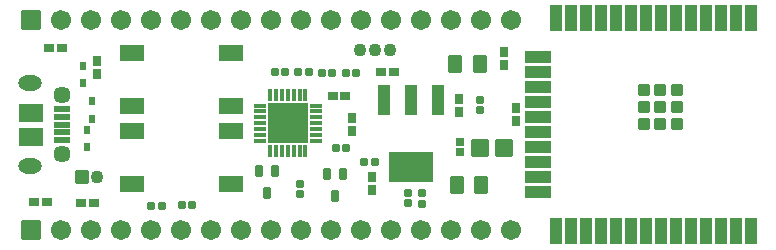
<source format=gts>
G04 Layer: TopSolderMaskLayer*
G04 EasyEDA v6.5.42, 2024-04-08 08:38:15*
G04 e5b43dc0649c40c7af9ec927a61642e9,25835901624346e3b29966769a4e042a,10*
G04 Gerber Generator version 0.2*
G04 Scale: 100 percent, Rotated: No, Reflected: No *
G04 Dimensions in inches *
G04 leading zeros omitted , absolute positions ,3 integer and 6 decimal *
%FSLAX36Y36*%
%MOIN*%

%AMMACRO1*1,1,$1,$2,$3*1,1,$1,$4,$5*1,1,$1,0-$2,0-$3*1,1,$1,0-$4,0-$5*20,1,$1,$2,$3,$4,$5,0*20,1,$1,$4,$5,0-$2,0-$3,0*20,1,$1,0-$2,0-$3,0-$4,0-$5,0*20,1,$1,0-$4,0-$5,$2,$3,0*4,1,4,$2,$3,$4,$5,0-$2,0-$3,0-$4,0-$5,$2,$3,0*%
%ADD10MACRO1,0.004X-0.0315X-0.0315X0.0315X-0.0315*%
%ADD11C,0.0670*%
%ADD12MACRO1,0.004X0.0103X-0.0181X-0.0103X-0.0181*%
%ADD13MACRO1,0.004X0.0156X0.0106X0.0156X-0.0106*%
%ADD14MACRO1,0.004X-0.0156X0.0106X-0.0156X-0.0106*%
%ADD15MACRO1,0.004X-0.0106X0.0156X0.0106X0.0156*%
%ADD16MACRO1,0.004X-0.0106X-0.0156X0.0106X-0.0156*%
%ADD17MACRO1,0.004X-0.0156X-0.0106X-0.0156X0.0106*%
%ADD18MACRO1,0.004X0.0156X-0.0106X0.0156X0.0106*%
%ADD19R,0.0253X0.0351*%
%ADD20MACRO1,0.004X0.0278X0.0266X0.0278X-0.0266*%
%ADD21MACRO1,0.004X-0.0278X0.0266X-0.0278X-0.0266*%
%ADD22MACRO1,0.004X0.0079X0.0118X0.0079X-0.0118*%
%ADD23R,0.0197X0.0276*%
%ADD24C,0.0434*%
%ADD25MACRO1,0.004X0.0256X0.0079X0.0256X-0.0079*%
%ADD26MACRO1,0.004X0.0374X0.0295X0.0374X-0.0295*%
%ADD27C,0.0572*%
%ADD28O,0.078803X0.05124000000000001*%
%ADD29MACRO1,0.004X-0.0197X0.0197X0.0197X0.0197*%
%ADD30MACRO1,0.004X-0.0197X-0.0275X0.0197X-0.0275*%
%ADD31MACRO1,0.004X0.0197X-0.0275X-0.0197X-0.0275*%
%ADD32MACRO1,0.004X-0.0197X-0.0276X0.0197X-0.0276*%
%ADD33MACRO1,0.004X0.0197X-0.0276X-0.0197X-0.0276*%
%ADD34MACRO1,0.004X-0.0106X0.0111X0.0106X0.0111*%
%ADD35MACRO1,0.004X-0.0106X-0.0111X0.0106X-0.0111*%
%ADD36R,0.0253X0.0263*%
%ADD37MACRO1,0.004X0.0111X0.0106X0.0111X-0.0106*%
%ADD38MACRO1,0.004X-0.0111X0.0106X-0.0111X-0.0106*%
%ADD39MACRO1,0.004X-0.0111X-0.0106X-0.0111X0.0106*%
%ADD40MACRO1,0.004X0.0111X-0.0106X0.0111X0.0106*%
%ADD41R,0.0426X0.1012*%
%ADD42R,0.1457X0.1012*%
%ADD43MACRO1,0.004X0.0178X-0.0055X-0.0178X-0.0055*%
%ADD44MACRO1,0.004X0.0055X-0.0178X-0.0055X-0.0178*%
%ADD45MACRO1,0.004X0.0659X-0.0659X-0.0659X-0.0659*%
%ADD46MACRO1,0.004X0.0187X-0.0413X-0.0187X-0.0413*%
%ADD47MACRO1,0.004X0.0413X-0.0187X-0.0413X-0.0187*%
%ADD48MACRO1,0.004X-0.0177X0.0177X0.0177X0.0177*%
%ADD49MACRO1,0.004X0.0374X-0.0256X-0.0374X-0.0256*%
%ADD50MACRO1,0.004X-0.0374X0.0256X0.0374X0.0256*%
%ADD51C,0.0180*%

%LPD*%
D10*
G01*
X1055000Y950000D03*
D11*
G01*
X1155000Y950000D03*
G01*
X1255000Y950000D03*
G01*
X1355000Y950000D03*
G01*
X1455000Y950000D03*
G01*
X1555000Y950000D03*
G01*
X1655000Y950000D03*
G01*
X1755000Y950000D03*
G01*
X1855000Y950000D03*
G01*
X1955000Y950000D03*
G01*
X2055000Y950000D03*
G01*
X2155000Y950000D03*
G01*
X2255000Y950000D03*
G01*
X2355000Y950000D03*
G01*
X2455000Y950000D03*
G01*
X2555000Y950000D03*
G01*
X2655000Y950000D03*
D10*
G01*
X1055000Y250000D03*
D11*
G01*
X1155000Y250000D03*
G01*
X1255000Y250000D03*
G01*
X1355000Y250000D03*
G01*
X1455000Y250000D03*
G01*
X1555000Y250000D03*
G01*
X1655000Y250000D03*
G01*
X1755000Y250000D03*
G01*
X1855000Y250000D03*
G01*
X1955000Y250000D03*
G01*
X2055000Y250000D03*
G01*
X2155000Y250000D03*
G01*
X2255000Y250000D03*
G01*
X2355000Y250000D03*
G01*
X2455000Y250000D03*
G01*
X2555000Y250000D03*
G01*
X2655000Y250000D03*
D12*
G01*
X2092589Y436401D03*
G01*
X2041410Y436401D03*
G01*
X2067000Y361598D03*
G01*
X1865890Y447071D03*
G01*
X1814710Y447071D03*
G01*
X1840300Y372268D03*
D13*
G01*
X2221503Y774351D03*
D14*
G01*
X2264421Y774351D03*
D15*
G01*
X2480000Y643541D03*
D16*
G01*
X2480000Y686458D03*
D13*
G01*
X2059281Y697343D03*
D14*
G01*
X2102199Y697343D03*
D15*
G01*
X2123000Y580540D03*
D16*
G01*
X2123000Y623458D03*
D15*
G01*
X1275554Y768661D03*
D16*
G01*
X1275554Y811579D03*
D13*
G01*
X1062984Y341232D03*
D14*
G01*
X1105902Y341232D03*
D17*
G01*
X1157569Y854194D03*
D18*
G01*
X1114651Y854194D03*
D15*
G01*
X2670000Y613541D03*
D16*
G01*
X2670000Y656458D03*
D19*
G01*
X2190559Y424360D03*
G01*
X2190559Y381439D03*
G01*
X2631000Y841460D03*
G01*
X2631000Y798539D03*
D17*
G01*
X1264236Y339936D03*
D18*
G01*
X1221318Y339936D03*
D20*
G01*
X2552107Y522324D03*
D21*
G01*
X2630850Y522324D03*
D22*
G01*
X1226984Y796814D03*
D23*
G01*
X1226980Y737759D03*
D22*
G01*
X1256999Y677524D03*
D23*
G01*
X1256999Y618470D03*
G01*
X1241000Y524470D03*
D22*
G01*
X1240999Y583525D03*
D24*
G01*
X2152240Y847970D03*
G01*
X2202240Y847970D03*
G01*
X2252240Y847970D03*
D25*
G01*
X1157356Y548800D03*
G01*
X1157356Y574400D03*
G01*
X1157357Y600000D03*
G01*
X1157356Y625599D03*
G01*
X1157356Y651180D03*
D26*
G01*
X1054602Y560629D03*
G01*
X1054611Y639371D03*
D27*
G01*
X1158149Y698420D03*
G01*
X1158149Y501570D03*
D28*
G01*
X1051859Y462199D03*
G01*
X1051859Y737800D03*
D29*
G01*
X1223055Y425715D03*
D24*
G01*
X1273059Y425709D03*
D30*
G01*
X2466662Y800914D03*
D31*
G01*
X2549363Y800914D03*
D32*
G01*
X2472959Y399618D03*
D33*
G01*
X2555658Y399618D03*
D34*
G01*
X2550000Y647959D03*
D35*
G01*
X2550000Y682040D03*
D36*
G01*
X2483289Y543040D03*
G01*
X2483289Y508960D03*
D37*
G01*
X1945227Y774380D03*
D38*
G01*
X1979308Y774380D03*
D39*
G01*
X1489308Y329194D03*
D40*
G01*
X1455227Y329194D03*
D39*
G01*
X1590974Y331232D03*
D40*
G01*
X1556893Y331232D03*
D39*
G01*
X2105048Y524010D03*
D40*
G01*
X2070967Y524010D03*
D37*
G01*
X2022634Y773453D03*
D38*
G01*
X2056715Y773453D03*
D39*
G01*
X1901345Y774936D03*
D40*
G01*
X1867264Y774936D03*
D34*
G01*
X1950000Y367959D03*
D35*
G01*
X1950000Y402040D03*
D37*
G01*
X2102634Y774010D03*
D38*
G01*
X2136715Y774010D03*
D37*
G01*
X2165412Y476416D03*
D38*
G01*
X2199493Y476416D03*
D34*
G01*
X2357453Y337154D03*
D35*
G01*
X2357453Y371235D03*
D34*
G01*
X2311527Y337524D03*
D35*
G01*
X2311527Y371605D03*
D41*
G01*
X2410550Y681610D03*
G01*
X2320000Y681610D03*
G01*
X2229449Y681610D03*
D42*
G01*
X2320000Y458389D03*
D43*
G01*
X2003599Y545950D03*
G01*
X2003599Y565630D03*
G01*
X2003599Y585319D03*
G01*
X2003599Y605000D03*
G01*
X2003599Y624690D03*
G01*
X2003599Y644369D03*
G01*
X2003599Y664059D03*
D44*
G01*
X1969049Y698600D03*
G01*
X1949369Y698600D03*
G01*
X1929679Y698600D03*
G01*
X1910000Y698600D03*
G01*
X1890309Y698600D03*
G01*
X1870630Y698600D03*
G01*
X1850940Y698600D03*
D43*
G01*
X1816400Y664059D03*
G01*
X1816400Y644369D03*
G01*
X1816400Y624690D03*
G01*
X1816400Y605000D03*
G01*
X1816400Y585319D03*
G01*
X1816400Y565630D03*
G01*
X1816400Y545950D03*
D44*
G01*
X1850940Y511399D03*
G01*
X1870630Y511399D03*
G01*
X1890309Y511399D03*
G01*
X1910000Y511399D03*
G01*
X1929679Y511399D03*
G01*
X1949369Y511399D03*
G01*
X1969049Y511399D03*
D45*
G01*
X1910000Y605000D03*
D46*
G01*
X3454431Y954332D03*
G01*
X3404431Y954332D03*
G01*
X3354431Y954332D03*
G01*
X3304431Y954332D03*
G01*
X3254431Y954332D03*
G01*
X3204431Y954332D03*
G01*
X3154431Y954332D03*
G01*
X3104431Y954332D03*
G01*
X3054431Y954332D03*
G01*
X3004431Y954332D03*
G01*
X2954431Y954332D03*
G01*
X2904431Y954332D03*
G01*
X2854431Y954332D03*
G01*
X2804431Y954332D03*
D47*
G01*
X2745574Y824994D03*
G01*
X2745574Y774994D03*
G01*
X2745574Y724994D03*
G01*
X2745574Y674994D03*
G01*
X2745574Y624994D03*
G01*
X2745574Y574994D03*
G01*
X2745574Y524994D03*
G01*
X2745574Y474994D03*
G01*
X2745574Y424994D03*
G01*
X2745574Y374994D03*
D46*
G01*
X2804431Y245667D03*
G01*
X2854431Y245667D03*
G01*
X2904431Y245667D03*
G01*
X2954431Y245667D03*
G01*
X3004431Y245667D03*
G01*
X3054431Y245667D03*
G01*
X3104431Y245667D03*
G01*
X3154431Y245667D03*
G01*
X3204431Y245667D03*
G01*
X3254431Y245667D03*
G01*
X3304431Y245667D03*
G01*
X3354431Y245667D03*
G01*
X3404431Y245667D03*
G01*
X3454431Y245667D03*
D48*
G01*
X3152029Y659064D03*
G01*
X3152028Y714173D03*
G01*
X3152028Y603936D03*
G01*
X3207147Y603936D03*
G01*
X3207147Y659055D03*
G01*
X3207147Y714173D03*
G01*
X3096914Y714173D03*
G01*
X3096911Y659055D03*
G01*
X3096914Y603936D03*
D49*
G01*
X1720353Y401420D03*
G01*
X1389646Y401420D03*
G01*
X1720353Y578579D03*
G01*
X1389646Y578579D03*
D50*
G01*
X1389646Y838579D03*
G01*
X1720353Y838579D03*
G01*
X1389646Y661420D03*
G01*
X1720353Y661420D03*
M02*

</source>
